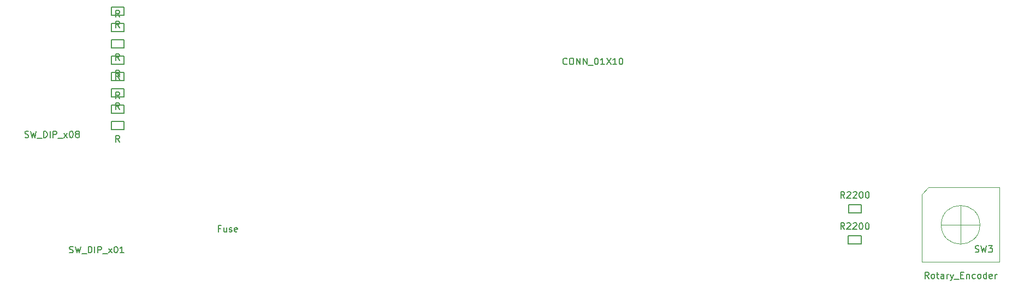
<source format=gbr>
G04 #@! TF.GenerationSoftware,KiCad,Pcbnew,5.0.0-rc2*
G04 #@! TF.CreationDate,2019-03-17T20:22:20-04:00*
G04 #@! TF.ProjectId,pcb,7063622E6B696361645F706362000000,rev?*
G04 #@! TF.SameCoordinates,Original*
G04 #@! TF.FileFunction,Other,Fab,Top*
%FSLAX46Y46*%
G04 Gerber Fmt 4.6, Leading zero omitted, Abs format (unit mm)*
G04 Created by KiCad (PCBNEW 5.0.0-rc2) date Sun Mar 17 20:22:20 2019*
%MOMM*%
%LPD*%
G01*
G04 APERTURE LIST*
%ADD10C,0.150000*%
%ADD11C,0.120000*%
G04 APERTURE END LIST*
D10*
G04 #@! TO.C,R2*
X200930000Y-128641000D02*
X200930000Y-127391000D01*
X202930000Y-128641000D02*
X200930000Y-128641000D01*
X202930000Y-127391000D02*
X202930000Y-128641000D01*
X200930000Y-127391000D02*
X202930000Y-127391000D01*
G04 #@! TO.C,R3*
X202930000Y-126101000D02*
X200930000Y-126101000D01*
X200930000Y-126101000D02*
X200930000Y-124851000D01*
X200930000Y-124851000D02*
X202930000Y-124851000D01*
X202930000Y-124851000D02*
X202930000Y-126101000D01*
G04 #@! TO.C,R4*
X200930000Y-123561000D02*
X200930000Y-122311000D01*
X202930000Y-123561000D02*
X200930000Y-123561000D01*
X202930000Y-122311000D02*
X202930000Y-123561000D01*
X200930000Y-122311000D02*
X202930000Y-122311000D01*
G04 #@! TO.C,R5*
X202930000Y-119771000D02*
X202930000Y-121021000D01*
X200930000Y-119771000D02*
X202930000Y-119771000D01*
X200930000Y-121021000D02*
X200930000Y-119771000D01*
X202930000Y-121021000D02*
X200930000Y-121021000D01*
G04 #@! TO.C,R6*
X200930000Y-118481000D02*
X200930000Y-117231000D01*
X202930000Y-118481000D02*
X200930000Y-118481000D01*
X202930000Y-117231000D02*
X202930000Y-118481000D01*
X200930000Y-117231000D02*
X202930000Y-117231000D01*
G04 #@! TO.C,R7*
X200930000Y-114691000D02*
X202930000Y-114691000D01*
X202930000Y-114691000D02*
X202930000Y-115941000D01*
X202930000Y-115941000D02*
X200930000Y-115941000D01*
X200930000Y-115941000D02*
X200930000Y-114691000D01*
G04 #@! TO.C,R8*
X202930000Y-112151000D02*
X202930000Y-113401000D01*
X200930000Y-112151000D02*
X202930000Y-112151000D01*
X200930000Y-113401000D02*
X200930000Y-112151000D01*
X202930000Y-113401000D02*
X200930000Y-113401000D01*
G04 #@! TO.C,eR9*
X200930000Y-109611000D02*
X202930000Y-109611000D01*
X202930000Y-109611000D02*
X202930000Y-110861000D01*
X202930000Y-110861000D02*
X200930000Y-110861000D01*
X200930000Y-110861000D02*
X200930000Y-109611000D01*
G04 #@! TO.C,R10*
X317230000Y-141595000D02*
X315230000Y-141595000D01*
X315230000Y-141595000D02*
X315230000Y-140345000D01*
X315230000Y-140345000D02*
X317230000Y-140345000D01*
X317230000Y-140345000D02*
X317230000Y-141595000D01*
G04 #@! TO.C,R11*
X317212368Y-145183820D02*
X317212368Y-146433820D01*
X315212368Y-145183820D02*
X317212368Y-145183820D01*
X315212368Y-146433820D02*
X315212368Y-145183820D01*
X317212368Y-146433820D02*
X315212368Y-146433820D01*
D11*
G04 #@! TO.C,SW3*
X329620000Y-143470000D02*
X335620000Y-143470000D01*
X332620000Y-140470000D02*
X332620000Y-146470000D01*
X326620000Y-138770000D02*
X327620000Y-137670000D01*
X326620000Y-149270000D02*
X326620000Y-138770000D01*
X338620000Y-149270000D02*
X326620000Y-149270000D01*
X338620000Y-137670000D02*
X338620000Y-149270000D01*
X327620000Y-137670000D02*
X338620000Y-137670000D01*
X335620000Y-143470000D02*
G75*
G03X335620000Y-143470000I-3000000J0D01*
G01*
G04 #@! TD*
G04 #@! TO.C,P1*
D10*
X271591190Y-118447142D02*
X271543571Y-118494761D01*
X271400714Y-118542380D01*
X271305476Y-118542380D01*
X271162619Y-118494761D01*
X271067380Y-118399523D01*
X271019761Y-118304285D01*
X270972142Y-118113809D01*
X270972142Y-117970952D01*
X271019761Y-117780476D01*
X271067380Y-117685238D01*
X271162619Y-117590000D01*
X271305476Y-117542380D01*
X271400714Y-117542380D01*
X271543571Y-117590000D01*
X271591190Y-117637619D01*
X272210238Y-117542380D02*
X272400714Y-117542380D01*
X272495952Y-117590000D01*
X272591190Y-117685238D01*
X272638809Y-117875714D01*
X272638809Y-118209047D01*
X272591190Y-118399523D01*
X272495952Y-118494761D01*
X272400714Y-118542380D01*
X272210238Y-118542380D01*
X272115000Y-118494761D01*
X272019761Y-118399523D01*
X271972142Y-118209047D01*
X271972142Y-117875714D01*
X272019761Y-117685238D01*
X272115000Y-117590000D01*
X272210238Y-117542380D01*
X273067380Y-118542380D02*
X273067380Y-117542380D01*
X273638809Y-118542380D01*
X273638809Y-117542380D01*
X274115000Y-118542380D02*
X274115000Y-117542380D01*
X274686428Y-118542380D01*
X274686428Y-117542380D01*
X274924523Y-118637619D02*
X275686428Y-118637619D01*
X276115000Y-117542380D02*
X276210238Y-117542380D01*
X276305476Y-117590000D01*
X276353095Y-117637619D01*
X276400714Y-117732857D01*
X276448333Y-117923333D01*
X276448333Y-118161428D01*
X276400714Y-118351904D01*
X276353095Y-118447142D01*
X276305476Y-118494761D01*
X276210238Y-118542380D01*
X276115000Y-118542380D01*
X276019761Y-118494761D01*
X275972142Y-118447142D01*
X275924523Y-118351904D01*
X275876904Y-118161428D01*
X275876904Y-117923333D01*
X275924523Y-117732857D01*
X275972142Y-117637619D01*
X276019761Y-117590000D01*
X276115000Y-117542380D01*
X277400714Y-118542380D02*
X276829285Y-118542380D01*
X277115000Y-118542380D02*
X277115000Y-117542380D01*
X277019761Y-117685238D01*
X276924523Y-117780476D01*
X276829285Y-117828095D01*
X277734047Y-117542380D02*
X278400714Y-118542380D01*
X278400714Y-117542380D02*
X277734047Y-118542380D01*
X279305476Y-118542380D02*
X278734047Y-118542380D01*
X279019761Y-118542380D02*
X279019761Y-117542380D01*
X278924523Y-117685238D01*
X278829285Y-117780476D01*
X278734047Y-117828095D01*
X279924523Y-117542380D02*
X280019761Y-117542380D01*
X280115000Y-117590000D01*
X280162619Y-117637619D01*
X280210238Y-117732857D01*
X280257857Y-117923333D01*
X280257857Y-118161428D01*
X280210238Y-118351904D01*
X280162619Y-118447142D01*
X280115000Y-118494761D01*
X280019761Y-118542380D01*
X279924523Y-118542380D01*
X279829285Y-118494761D01*
X279781666Y-118447142D01*
X279734047Y-118351904D01*
X279686428Y-118161428D01*
X279686428Y-117923333D01*
X279734047Y-117732857D01*
X279781666Y-117637619D01*
X279829285Y-117590000D01*
X279924523Y-117542380D01*
G04 #@! TO.C,R2*
X202239523Y-130568380D02*
X201906190Y-130092190D01*
X201668095Y-130568380D02*
X201668095Y-129568380D01*
X202049047Y-129568380D01*
X202144285Y-129616000D01*
X202191904Y-129663619D01*
X202239523Y-129758857D01*
X202239523Y-129901714D01*
X202191904Y-129996952D01*
X202144285Y-130044571D01*
X202049047Y-130092190D01*
X201668095Y-130092190D01*
G04 #@! TO.C,R3*
X202239523Y-123828380D02*
X201906190Y-123352190D01*
X201668095Y-123828380D02*
X201668095Y-122828380D01*
X202049047Y-122828380D01*
X202144285Y-122876000D01*
X202191904Y-122923619D01*
X202239523Y-123018857D01*
X202239523Y-123161714D01*
X202191904Y-123256952D01*
X202144285Y-123304571D01*
X202049047Y-123352190D01*
X201668095Y-123352190D01*
G04 #@! TO.C,R4*
X202239523Y-125488380D02*
X201906190Y-125012190D01*
X201668095Y-125488380D02*
X201668095Y-124488380D01*
X202049047Y-124488380D01*
X202144285Y-124536000D01*
X202191904Y-124583619D01*
X202239523Y-124678857D01*
X202239523Y-124821714D01*
X202191904Y-124916952D01*
X202144285Y-124964571D01*
X202049047Y-125012190D01*
X201668095Y-125012190D01*
G04 #@! TO.C,R5*
X202239523Y-120848380D02*
X201906190Y-120372190D01*
X201668095Y-120848380D02*
X201668095Y-119848380D01*
X202049047Y-119848380D01*
X202144285Y-119896000D01*
X202191904Y-119943619D01*
X202239523Y-120038857D01*
X202239523Y-120181714D01*
X202191904Y-120276952D01*
X202144285Y-120324571D01*
X202049047Y-120372190D01*
X201668095Y-120372190D01*
G04 #@! TO.C,R6*
X202239523Y-120408380D02*
X201906190Y-119932190D01*
X201668095Y-120408380D02*
X201668095Y-119408380D01*
X202049047Y-119408380D01*
X202144285Y-119456000D01*
X202191904Y-119503619D01*
X202239523Y-119598857D01*
X202239523Y-119741714D01*
X202191904Y-119836952D01*
X202144285Y-119884571D01*
X202049047Y-119932190D01*
X201668095Y-119932190D01*
G04 #@! TO.C,R7*
X202239523Y-117868380D02*
X201906190Y-117392190D01*
X201668095Y-117868380D02*
X201668095Y-116868380D01*
X202049047Y-116868380D01*
X202144285Y-116916000D01*
X202191904Y-116963619D01*
X202239523Y-117058857D01*
X202239523Y-117201714D01*
X202191904Y-117296952D01*
X202144285Y-117344571D01*
X202049047Y-117392190D01*
X201668095Y-117392190D01*
G04 #@! TO.C,R8*
X202239523Y-111128380D02*
X201906190Y-110652190D01*
X201668095Y-111128380D02*
X201668095Y-110128380D01*
X202049047Y-110128380D01*
X202144285Y-110176000D01*
X202191904Y-110223619D01*
X202239523Y-110318857D01*
X202239523Y-110461714D01*
X202191904Y-110556952D01*
X202144285Y-110604571D01*
X202049047Y-110652190D01*
X201668095Y-110652190D01*
G04 #@! TO.C,eR9*
X202239523Y-112788380D02*
X201906190Y-112312190D01*
X201668095Y-112788380D02*
X201668095Y-111788380D01*
X202049047Y-111788380D01*
X202144285Y-111836000D01*
X202191904Y-111883619D01*
X202239523Y-111978857D01*
X202239523Y-112121714D01*
X202191904Y-112216952D01*
X202144285Y-112264571D01*
X202049047Y-112312190D01*
X201668095Y-112312190D01*
G04 #@! TO.C,R10*
X314634761Y-139322380D02*
X314301428Y-138846190D01*
X314063333Y-139322380D02*
X314063333Y-138322380D01*
X314444285Y-138322380D01*
X314539523Y-138370000D01*
X314587142Y-138417619D01*
X314634761Y-138512857D01*
X314634761Y-138655714D01*
X314587142Y-138750952D01*
X314539523Y-138798571D01*
X314444285Y-138846190D01*
X314063333Y-138846190D01*
X315015714Y-138417619D02*
X315063333Y-138370000D01*
X315158571Y-138322380D01*
X315396666Y-138322380D01*
X315491904Y-138370000D01*
X315539523Y-138417619D01*
X315587142Y-138512857D01*
X315587142Y-138608095D01*
X315539523Y-138750952D01*
X314968095Y-139322380D01*
X315587142Y-139322380D01*
X315968095Y-138417619D02*
X316015714Y-138370000D01*
X316110952Y-138322380D01*
X316349047Y-138322380D01*
X316444285Y-138370000D01*
X316491904Y-138417619D01*
X316539523Y-138512857D01*
X316539523Y-138608095D01*
X316491904Y-138750952D01*
X315920476Y-139322380D01*
X316539523Y-139322380D01*
X317158571Y-138322380D02*
X317253809Y-138322380D01*
X317349047Y-138370000D01*
X317396666Y-138417619D01*
X317444285Y-138512857D01*
X317491904Y-138703333D01*
X317491904Y-138941428D01*
X317444285Y-139131904D01*
X317396666Y-139227142D01*
X317349047Y-139274761D01*
X317253809Y-139322380D01*
X317158571Y-139322380D01*
X317063333Y-139274761D01*
X317015714Y-139227142D01*
X316968095Y-139131904D01*
X316920476Y-138941428D01*
X316920476Y-138703333D01*
X316968095Y-138512857D01*
X317015714Y-138417619D01*
X317063333Y-138370000D01*
X317158571Y-138322380D01*
X318110952Y-138322380D02*
X318206190Y-138322380D01*
X318301428Y-138370000D01*
X318349047Y-138417619D01*
X318396666Y-138512857D01*
X318444285Y-138703333D01*
X318444285Y-138941428D01*
X318396666Y-139131904D01*
X318349047Y-139227142D01*
X318301428Y-139274761D01*
X318206190Y-139322380D01*
X318110952Y-139322380D01*
X318015714Y-139274761D01*
X317968095Y-139227142D01*
X317920476Y-139131904D01*
X317872857Y-138941428D01*
X317872857Y-138703333D01*
X317920476Y-138512857D01*
X317968095Y-138417619D01*
X318015714Y-138370000D01*
X318110952Y-138322380D01*
G04 #@! TO.C,R11*
X314617129Y-144161200D02*
X314283796Y-143685010D01*
X314045701Y-144161200D02*
X314045701Y-143161200D01*
X314426653Y-143161200D01*
X314521891Y-143208820D01*
X314569510Y-143256439D01*
X314617129Y-143351677D01*
X314617129Y-143494534D01*
X314569510Y-143589772D01*
X314521891Y-143637391D01*
X314426653Y-143685010D01*
X314045701Y-143685010D01*
X314998082Y-143256439D02*
X315045701Y-143208820D01*
X315140939Y-143161200D01*
X315379034Y-143161200D01*
X315474272Y-143208820D01*
X315521891Y-143256439D01*
X315569510Y-143351677D01*
X315569510Y-143446915D01*
X315521891Y-143589772D01*
X314950463Y-144161200D01*
X315569510Y-144161200D01*
X315950463Y-143256439D02*
X315998082Y-143208820D01*
X316093320Y-143161200D01*
X316331415Y-143161200D01*
X316426653Y-143208820D01*
X316474272Y-143256439D01*
X316521891Y-143351677D01*
X316521891Y-143446915D01*
X316474272Y-143589772D01*
X315902844Y-144161200D01*
X316521891Y-144161200D01*
X317140939Y-143161200D02*
X317236177Y-143161200D01*
X317331415Y-143208820D01*
X317379034Y-143256439D01*
X317426653Y-143351677D01*
X317474272Y-143542153D01*
X317474272Y-143780248D01*
X317426653Y-143970724D01*
X317379034Y-144065962D01*
X317331415Y-144113581D01*
X317236177Y-144161200D01*
X317140939Y-144161200D01*
X317045701Y-144113581D01*
X316998082Y-144065962D01*
X316950463Y-143970724D01*
X316902844Y-143780248D01*
X316902844Y-143542153D01*
X316950463Y-143351677D01*
X316998082Y-143256439D01*
X317045701Y-143208820D01*
X317140939Y-143161200D01*
X318093320Y-143161200D02*
X318188558Y-143161200D01*
X318283796Y-143208820D01*
X318331415Y-143256439D01*
X318379034Y-143351677D01*
X318426653Y-143542153D01*
X318426653Y-143780248D01*
X318379034Y-143970724D01*
X318331415Y-144065962D01*
X318283796Y-144113581D01*
X318188558Y-144161200D01*
X318093320Y-144161200D01*
X317998082Y-144113581D01*
X317950463Y-144065962D01*
X317902844Y-143970724D01*
X317855225Y-143780248D01*
X317855225Y-143542153D01*
X317902844Y-143351677D01*
X317950463Y-143256439D01*
X317998082Y-143208820D01*
X318093320Y-143161200D01*
G04 #@! TO.C,SW1*
X194475714Y-147784761D02*
X194618571Y-147832380D01*
X194856666Y-147832380D01*
X194951904Y-147784761D01*
X194999523Y-147737142D01*
X195047142Y-147641904D01*
X195047142Y-147546666D01*
X194999523Y-147451428D01*
X194951904Y-147403809D01*
X194856666Y-147356190D01*
X194666190Y-147308571D01*
X194570952Y-147260952D01*
X194523333Y-147213333D01*
X194475714Y-147118095D01*
X194475714Y-147022857D01*
X194523333Y-146927619D01*
X194570952Y-146880000D01*
X194666190Y-146832380D01*
X194904285Y-146832380D01*
X195047142Y-146880000D01*
X195380476Y-146832380D02*
X195618571Y-147832380D01*
X195809047Y-147118095D01*
X195999523Y-147832380D01*
X196237619Y-146832380D01*
X196380476Y-147927619D02*
X197142380Y-147927619D01*
X197380476Y-147832380D02*
X197380476Y-146832380D01*
X197618571Y-146832380D01*
X197761428Y-146880000D01*
X197856666Y-146975238D01*
X197904285Y-147070476D01*
X197951904Y-147260952D01*
X197951904Y-147403809D01*
X197904285Y-147594285D01*
X197856666Y-147689523D01*
X197761428Y-147784761D01*
X197618571Y-147832380D01*
X197380476Y-147832380D01*
X198380476Y-147832380D02*
X198380476Y-146832380D01*
X198856666Y-147832380D02*
X198856666Y-146832380D01*
X199237619Y-146832380D01*
X199332857Y-146880000D01*
X199380476Y-146927619D01*
X199428095Y-147022857D01*
X199428095Y-147165714D01*
X199380476Y-147260952D01*
X199332857Y-147308571D01*
X199237619Y-147356190D01*
X198856666Y-147356190D01*
X199618571Y-147927619D02*
X200380476Y-147927619D01*
X200523333Y-147832380D02*
X201047142Y-147165714D01*
X200523333Y-147165714D02*
X201047142Y-147832380D01*
X201618571Y-146832380D02*
X201713809Y-146832380D01*
X201809047Y-146880000D01*
X201856666Y-146927619D01*
X201904285Y-147022857D01*
X201951904Y-147213333D01*
X201951904Y-147451428D01*
X201904285Y-147641904D01*
X201856666Y-147737142D01*
X201809047Y-147784761D01*
X201713809Y-147832380D01*
X201618571Y-147832380D01*
X201523333Y-147784761D01*
X201475714Y-147737142D01*
X201428095Y-147641904D01*
X201380476Y-147451428D01*
X201380476Y-147213333D01*
X201428095Y-147022857D01*
X201475714Y-146927619D01*
X201523333Y-146880000D01*
X201618571Y-146832380D01*
X202904285Y-147832380D02*
X202332857Y-147832380D01*
X202618571Y-147832380D02*
X202618571Y-146832380D01*
X202523333Y-146975238D01*
X202428095Y-147070476D01*
X202332857Y-147118095D01*
G04 #@! TO.C,SW2*
X187555714Y-129854761D02*
X187698571Y-129902380D01*
X187936666Y-129902380D01*
X188031904Y-129854761D01*
X188079523Y-129807142D01*
X188127142Y-129711904D01*
X188127142Y-129616666D01*
X188079523Y-129521428D01*
X188031904Y-129473809D01*
X187936666Y-129426190D01*
X187746190Y-129378571D01*
X187650952Y-129330952D01*
X187603333Y-129283333D01*
X187555714Y-129188095D01*
X187555714Y-129092857D01*
X187603333Y-128997619D01*
X187650952Y-128950000D01*
X187746190Y-128902380D01*
X187984285Y-128902380D01*
X188127142Y-128950000D01*
X188460476Y-128902380D02*
X188698571Y-129902380D01*
X188889047Y-129188095D01*
X189079523Y-129902380D01*
X189317619Y-128902380D01*
X189460476Y-129997619D02*
X190222380Y-129997619D01*
X190460476Y-129902380D02*
X190460476Y-128902380D01*
X190698571Y-128902380D01*
X190841428Y-128950000D01*
X190936666Y-129045238D01*
X190984285Y-129140476D01*
X191031904Y-129330952D01*
X191031904Y-129473809D01*
X190984285Y-129664285D01*
X190936666Y-129759523D01*
X190841428Y-129854761D01*
X190698571Y-129902380D01*
X190460476Y-129902380D01*
X191460476Y-129902380D02*
X191460476Y-128902380D01*
X191936666Y-129902380D02*
X191936666Y-128902380D01*
X192317619Y-128902380D01*
X192412857Y-128950000D01*
X192460476Y-128997619D01*
X192508095Y-129092857D01*
X192508095Y-129235714D01*
X192460476Y-129330952D01*
X192412857Y-129378571D01*
X192317619Y-129426190D01*
X191936666Y-129426190D01*
X192698571Y-129997619D02*
X193460476Y-129997619D01*
X193603333Y-129902380D02*
X194127142Y-129235714D01*
X193603333Y-129235714D02*
X194127142Y-129902380D01*
X194698571Y-128902380D02*
X194793809Y-128902380D01*
X194889047Y-128950000D01*
X194936666Y-128997619D01*
X194984285Y-129092857D01*
X195031904Y-129283333D01*
X195031904Y-129521428D01*
X194984285Y-129711904D01*
X194936666Y-129807142D01*
X194889047Y-129854761D01*
X194793809Y-129902380D01*
X194698571Y-129902380D01*
X194603333Y-129854761D01*
X194555714Y-129807142D01*
X194508095Y-129711904D01*
X194460476Y-129521428D01*
X194460476Y-129283333D01*
X194508095Y-129092857D01*
X194555714Y-128997619D01*
X194603333Y-128950000D01*
X194698571Y-128902380D01*
X195603333Y-129330952D02*
X195508095Y-129283333D01*
X195460476Y-129235714D01*
X195412857Y-129140476D01*
X195412857Y-129092857D01*
X195460476Y-128997619D01*
X195508095Y-128950000D01*
X195603333Y-128902380D01*
X195793809Y-128902380D01*
X195889047Y-128950000D01*
X195936666Y-128997619D01*
X195984285Y-129092857D01*
X195984285Y-129140476D01*
X195936666Y-129235714D01*
X195889047Y-129283333D01*
X195793809Y-129330952D01*
X195603333Y-129330952D01*
X195508095Y-129378571D01*
X195460476Y-129426190D01*
X195412857Y-129521428D01*
X195412857Y-129711904D01*
X195460476Y-129807142D01*
X195508095Y-129854761D01*
X195603333Y-129902380D01*
X195793809Y-129902380D01*
X195889047Y-129854761D01*
X195936666Y-129807142D01*
X195984285Y-129711904D01*
X195984285Y-129521428D01*
X195936666Y-129426190D01*
X195889047Y-129378571D01*
X195793809Y-129330952D01*
G04 #@! TO.C,SW3*
X327691428Y-151822380D02*
X327358095Y-151346190D01*
X327120000Y-151822380D02*
X327120000Y-150822380D01*
X327500952Y-150822380D01*
X327596190Y-150870000D01*
X327643809Y-150917619D01*
X327691428Y-151012857D01*
X327691428Y-151155714D01*
X327643809Y-151250952D01*
X327596190Y-151298571D01*
X327500952Y-151346190D01*
X327120000Y-151346190D01*
X328262857Y-151822380D02*
X328167619Y-151774761D01*
X328120000Y-151727142D01*
X328072380Y-151631904D01*
X328072380Y-151346190D01*
X328120000Y-151250952D01*
X328167619Y-151203333D01*
X328262857Y-151155714D01*
X328405714Y-151155714D01*
X328500952Y-151203333D01*
X328548571Y-151250952D01*
X328596190Y-151346190D01*
X328596190Y-151631904D01*
X328548571Y-151727142D01*
X328500952Y-151774761D01*
X328405714Y-151822380D01*
X328262857Y-151822380D01*
X328881904Y-151155714D02*
X329262857Y-151155714D01*
X329024761Y-150822380D02*
X329024761Y-151679523D01*
X329072380Y-151774761D01*
X329167619Y-151822380D01*
X329262857Y-151822380D01*
X330024761Y-151822380D02*
X330024761Y-151298571D01*
X329977142Y-151203333D01*
X329881904Y-151155714D01*
X329691428Y-151155714D01*
X329596190Y-151203333D01*
X330024761Y-151774761D02*
X329929523Y-151822380D01*
X329691428Y-151822380D01*
X329596190Y-151774761D01*
X329548571Y-151679523D01*
X329548571Y-151584285D01*
X329596190Y-151489047D01*
X329691428Y-151441428D01*
X329929523Y-151441428D01*
X330024761Y-151393809D01*
X330500952Y-151822380D02*
X330500952Y-151155714D01*
X330500952Y-151346190D02*
X330548571Y-151250952D01*
X330596190Y-151203333D01*
X330691428Y-151155714D01*
X330786666Y-151155714D01*
X331024761Y-151155714D02*
X331262857Y-151822380D01*
X331500952Y-151155714D02*
X331262857Y-151822380D01*
X331167619Y-152060476D01*
X331120000Y-152108095D01*
X331024761Y-152155714D01*
X331643809Y-151917619D02*
X332405714Y-151917619D01*
X332643809Y-151298571D02*
X332977142Y-151298571D01*
X333120000Y-151822380D02*
X332643809Y-151822380D01*
X332643809Y-150822380D01*
X333120000Y-150822380D01*
X333548571Y-151155714D02*
X333548571Y-151822380D01*
X333548571Y-151250952D02*
X333596190Y-151203333D01*
X333691428Y-151155714D01*
X333834285Y-151155714D01*
X333929523Y-151203333D01*
X333977142Y-151298571D01*
X333977142Y-151822380D01*
X334881904Y-151774761D02*
X334786666Y-151822380D01*
X334596190Y-151822380D01*
X334500952Y-151774761D01*
X334453333Y-151727142D01*
X334405714Y-151631904D01*
X334405714Y-151346190D01*
X334453333Y-151250952D01*
X334500952Y-151203333D01*
X334596190Y-151155714D01*
X334786666Y-151155714D01*
X334881904Y-151203333D01*
X335453333Y-151822380D02*
X335358095Y-151774761D01*
X335310476Y-151727142D01*
X335262857Y-151631904D01*
X335262857Y-151346190D01*
X335310476Y-151250952D01*
X335358095Y-151203333D01*
X335453333Y-151155714D01*
X335596190Y-151155714D01*
X335691428Y-151203333D01*
X335739047Y-151250952D01*
X335786666Y-151346190D01*
X335786666Y-151631904D01*
X335739047Y-151727142D01*
X335691428Y-151774761D01*
X335596190Y-151822380D01*
X335453333Y-151822380D01*
X336643809Y-151822380D02*
X336643809Y-150822380D01*
X336643809Y-151774761D02*
X336548571Y-151822380D01*
X336358095Y-151822380D01*
X336262857Y-151774761D01*
X336215238Y-151727142D01*
X336167619Y-151631904D01*
X336167619Y-151346190D01*
X336215238Y-151250952D01*
X336262857Y-151203333D01*
X336358095Y-151155714D01*
X336548571Y-151155714D01*
X336643809Y-151203333D01*
X337500952Y-151774761D02*
X337405714Y-151822380D01*
X337215238Y-151822380D01*
X337120000Y-151774761D01*
X337072380Y-151679523D01*
X337072380Y-151298571D01*
X337120000Y-151203333D01*
X337215238Y-151155714D01*
X337405714Y-151155714D01*
X337500952Y-151203333D01*
X337548571Y-151298571D01*
X337548571Y-151393809D01*
X337072380Y-151489047D01*
X337977142Y-151822380D02*
X337977142Y-151155714D01*
X337977142Y-151346190D02*
X338024761Y-151250952D01*
X338072380Y-151203333D01*
X338167619Y-151155714D01*
X338262857Y-151155714D01*
X334886666Y-147674761D02*
X335029523Y-147722380D01*
X335267619Y-147722380D01*
X335362857Y-147674761D01*
X335410476Y-147627142D01*
X335458095Y-147531904D01*
X335458095Y-147436666D01*
X335410476Y-147341428D01*
X335362857Y-147293809D01*
X335267619Y-147246190D01*
X335077142Y-147198571D01*
X334981904Y-147150952D01*
X334934285Y-147103333D01*
X334886666Y-147008095D01*
X334886666Y-146912857D01*
X334934285Y-146817619D01*
X334981904Y-146770000D01*
X335077142Y-146722380D01*
X335315238Y-146722380D01*
X335458095Y-146770000D01*
X335791428Y-146722380D02*
X336029523Y-147722380D01*
X336219999Y-147008095D01*
X336410476Y-147722380D01*
X336648571Y-146722380D01*
X336934285Y-146722380D02*
X337553333Y-146722380D01*
X337219999Y-147103333D01*
X337362857Y-147103333D01*
X337458095Y-147150952D01*
X337505714Y-147198571D01*
X337553333Y-147293809D01*
X337553333Y-147531904D01*
X337505714Y-147627142D01*
X337458095Y-147674761D01*
X337362857Y-147722380D01*
X337077142Y-147722380D01*
X336981904Y-147674761D01*
X336934285Y-147627142D01*
G04 #@! TO.C,F1*
X217867142Y-144058571D02*
X217533809Y-144058571D01*
X217533809Y-144582380D02*
X217533809Y-143582380D01*
X218010000Y-143582380D01*
X218819523Y-143915714D02*
X218819523Y-144582380D01*
X218390952Y-143915714D02*
X218390952Y-144439523D01*
X218438571Y-144534761D01*
X218533809Y-144582380D01*
X218676666Y-144582380D01*
X218771904Y-144534761D01*
X218819523Y-144487142D01*
X219248095Y-144534761D02*
X219343333Y-144582380D01*
X219533809Y-144582380D01*
X219629047Y-144534761D01*
X219676666Y-144439523D01*
X219676666Y-144391904D01*
X219629047Y-144296666D01*
X219533809Y-144249047D01*
X219390952Y-144249047D01*
X219295714Y-144201428D01*
X219248095Y-144106190D01*
X219248095Y-144058571D01*
X219295714Y-143963333D01*
X219390952Y-143915714D01*
X219533809Y-143915714D01*
X219629047Y-143963333D01*
X220486190Y-144534761D02*
X220390952Y-144582380D01*
X220200476Y-144582380D01*
X220105238Y-144534761D01*
X220057619Y-144439523D01*
X220057619Y-144058571D01*
X220105238Y-143963333D01*
X220200476Y-143915714D01*
X220390952Y-143915714D01*
X220486190Y-143963333D01*
X220533809Y-144058571D01*
X220533809Y-144153809D01*
X220057619Y-144249047D01*
G04 #@! TD*
M02*

</source>
